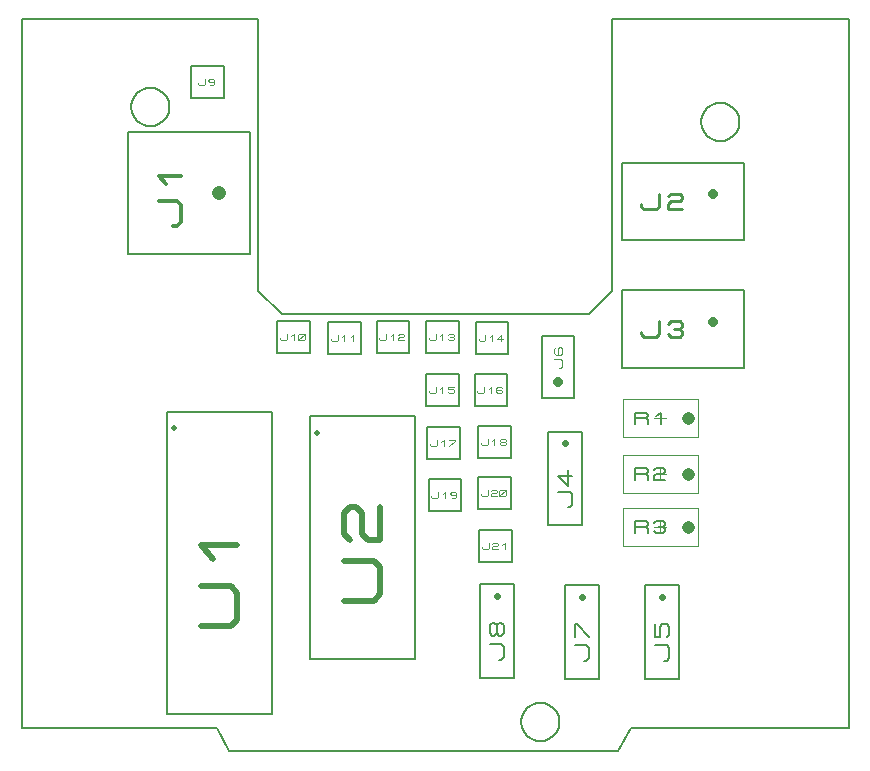
<source format=gbr>
G04 PROTEUS GERBER X2 FILE*
%TF.GenerationSoftware,Labcenter,Proteus,8.12-SP2-Build31155*%
%TF.CreationDate,2022-12-03T19:28:30+00:00*%
%TF.FileFunction,AssemblyDrawing,Top*%
%TF.FilePolarity,Positive*%
%TF.Part,Single*%
%TF.SameCoordinates,{ab386329-c5d6-4b76-aca3-cb6d5b16447b}*%
%FSLAX45Y45*%
%MOMM*%
G01*
%TA.AperFunction,Profile*%
%ADD20C,0.203200*%
%TA.AperFunction,Material*%
%ADD26C,0.203200*%
%ADD27C,0.508000*%
%ADD47C,0.507080*%
%ADD48C,1.219200*%
%ADD49C,0.314280*%
%ADD50C,0.812800*%
%ADD51C,0.220130*%
%ADD28C,0.152400*%
%ADD52C,0.558800*%
%ADD53C,0.199130*%
%ADD54C,0.084660*%
%ADD55C,0.110060*%
%ADD56C,0.050000*%
%ADD57C,1.074420*%
%ADD58C,0.161150*%
%TD.AperFunction*%
D20*
X+0Y+0D02*
X+1650000Y+0D01*
X+7000000Y+0D02*
X+7000000Y+6000000D01*
X+5000000Y+6000000D01*
X+5000000Y+3700000D01*
X+4800000Y+3500000D01*
X+2200000Y+3500000D01*
X+2000000Y+3700000D02*
X+2000000Y+6000000D01*
X+0Y+6000000D01*
X+0Y+0D01*
X+2000000Y+3700000D02*
X+2200000Y+3500000D01*
X+5160000Y+0D02*
X+7000000Y+0D01*
X+1750000Y-200000D02*
X+5050000Y-200000D01*
X+1650000Y+0D02*
X+1750000Y-200000D01*
X+5160000Y+0D02*
X+5050000Y-200000D01*
X+4550045Y+50000D02*
X+4549508Y+63142D01*
X+4545144Y+89427D01*
X+4536029Y+115712D01*
X+4521182Y+141997D01*
X+4498470Y+168118D01*
X+4472185Y+187898D01*
X+4445900Y+200658D01*
X+4419615Y+208108D01*
X+4393330Y+210987D01*
X+4389000Y+211045D01*
X+4227955Y+50000D02*
X+4228492Y+63142D01*
X+4232856Y+89427D01*
X+4241971Y+115712D01*
X+4256818Y+141997D01*
X+4279530Y+168118D01*
X+4305815Y+187898D01*
X+4332100Y+200658D01*
X+4358385Y+208108D01*
X+4384670Y+210987D01*
X+4389000Y+211045D01*
X+4227955Y+50000D02*
X+4228492Y+36858D01*
X+4232856Y+10573D01*
X+4241971Y-15712D01*
X+4256818Y-41997D01*
X+4279530Y-68118D01*
X+4305815Y-87898D01*
X+4332100Y-100658D01*
X+4358385Y-108108D01*
X+4384670Y-110987D01*
X+4389000Y-111045D01*
X+4550045Y+50000D02*
X+4549508Y+36858D01*
X+4545144Y+10573D01*
X+4536029Y-15712D01*
X+4521182Y-41997D01*
X+4498470Y-68118D01*
X+4472185Y-87898D01*
X+4445900Y-100658D01*
X+4419615Y-108108D01*
X+4393330Y-110987D01*
X+4389000Y-111045D01*
X+6074045Y+5130000D02*
X+6073508Y+5143142D01*
X+6069144Y+5169427D01*
X+6060029Y+5195712D01*
X+6045182Y+5221997D01*
X+6022470Y+5248118D01*
X+5996185Y+5267898D01*
X+5969900Y+5280658D01*
X+5943615Y+5288108D01*
X+5917330Y+5290987D01*
X+5913000Y+5291045D01*
X+5751955Y+5130000D02*
X+5752492Y+5143142D01*
X+5756856Y+5169427D01*
X+5765971Y+5195712D01*
X+5780818Y+5221997D01*
X+5803530Y+5248118D01*
X+5829815Y+5267898D01*
X+5856100Y+5280658D01*
X+5882385Y+5288108D01*
X+5908670Y+5290987D01*
X+5913000Y+5291045D01*
X+5751955Y+5130000D02*
X+5752492Y+5116858D01*
X+5756856Y+5090573D01*
X+5765971Y+5064288D01*
X+5780818Y+5038003D01*
X+5803530Y+5011882D01*
X+5829815Y+4992102D01*
X+5856100Y+4979342D01*
X+5882385Y+4971892D01*
X+5908670Y+4969013D01*
X+5913000Y+4968955D01*
X+6074045Y+5130000D02*
X+6073508Y+5116858D01*
X+6069144Y+5090573D01*
X+6060029Y+5064288D01*
X+6045182Y+5038003D01*
X+6022470Y+5011882D01*
X+5996185Y+4992102D01*
X+5969900Y+4979342D01*
X+5943615Y+4971892D01*
X+5917330Y+4969013D01*
X+5913000Y+4968955D01*
X+1248045Y+5257000D02*
X+1247508Y+5270142D01*
X+1243144Y+5296427D01*
X+1234029Y+5322712D01*
X+1219182Y+5348997D01*
X+1196470Y+5375118D01*
X+1170185Y+5394898D01*
X+1143900Y+5407658D01*
X+1117615Y+5415108D01*
X+1091330Y+5417987D01*
X+1087000Y+5418045D01*
X+925955Y+5257000D02*
X+926492Y+5270142D01*
X+930856Y+5296427D01*
X+939971Y+5322712D01*
X+954818Y+5348997D01*
X+977530Y+5375118D01*
X+1003815Y+5394898D01*
X+1030100Y+5407658D01*
X+1056385Y+5415108D01*
X+1082670Y+5417987D01*
X+1087000Y+5418045D01*
X+925955Y+5257000D02*
X+926492Y+5243858D01*
X+930856Y+5217573D01*
X+939971Y+5191288D01*
X+954818Y+5165003D01*
X+977530Y+5138882D01*
X+1003815Y+5119102D01*
X+1030100Y+5106342D01*
X+1056385Y+5098892D01*
X+1082670Y+5096013D01*
X+1087000Y+5095955D01*
X+1248045Y+5257000D02*
X+1247508Y+5243858D01*
X+1243144Y+5217573D01*
X+1234029Y+5191288D01*
X+1219182Y+5165003D01*
X+1196470Y+5138882D01*
X+1170185Y+5119102D01*
X+1143900Y+5106342D01*
X+1117615Y+5098892D01*
X+1091330Y+5096013D01*
X+1087000Y+5095955D01*
D26*
X+1226500Y+116840D02*
X+2115500Y+116840D01*
X+2115500Y+2677160D01*
X+1226500Y+2677160D01*
X+1226500Y+116840D01*
D27*
X+1290000Y+2540000D02*
X+1290000Y+2540000D01*
D47*
X+1518874Y+859344D02*
X+1772417Y+859344D01*
X+1823125Y+916391D01*
X+1823125Y+1144579D01*
X+1772417Y+1201626D01*
X+1518874Y+1201626D01*
X+1620291Y+1429814D02*
X+1518874Y+1543908D01*
X+1823125Y+1543908D01*
D26*
X+2436500Y+584840D02*
X+3325500Y+584840D01*
X+3325500Y+2637160D01*
X+2436500Y+2637160D01*
X+2436500Y+584840D01*
D27*
X+2500000Y+2500000D02*
X+2500000Y+2500000D01*
D47*
X+2728874Y+1073344D02*
X+2982417Y+1073344D01*
X+3033125Y+1130391D01*
X+3033125Y+1358579D01*
X+2982417Y+1415626D01*
X+2728874Y+1415626D01*
X+2779583Y+1586767D02*
X+2728874Y+1643814D01*
X+2728874Y+1814955D01*
X+2779583Y+1872002D01*
X+2830291Y+1872002D01*
X+2881000Y+1814955D01*
X+2881000Y+1643814D01*
X+2931708Y+1586767D01*
X+3033125Y+1586767D01*
X+3033125Y+1872002D01*
D26*
X+895840Y+4011840D02*
X+1932160Y+4011840D01*
X+1932160Y+5048160D01*
X+895840Y+5048160D01*
X+895840Y+4011840D01*
D48*
X+1668000Y+4530000D02*
X+1668000Y+4530000D01*
D49*
X+1282869Y+4247147D02*
X+1314297Y+4247147D01*
X+1345725Y+4282503D01*
X+1345725Y+4423930D01*
X+1314297Y+4459286D01*
X+1157156Y+4459286D01*
X+1220012Y+4600713D02*
X+1157156Y+4671426D01*
X+1345725Y+4671426D01*
D26*
X+5077840Y+4128840D02*
X+6114160Y+4128840D01*
X+6114160Y+4784160D01*
X+5077840Y+4784160D01*
X+5077840Y+4128840D01*
D50*
X+5850000Y+4520000D02*
X+5850000Y+4520000D01*
D51*
X+5245481Y+4434487D02*
X+5245481Y+4412473D01*
X+5270245Y+4390460D01*
X+5369305Y+4390460D01*
X+5394070Y+4412473D01*
X+5394070Y+4522540D01*
X+5468364Y+4500527D02*
X+5493129Y+4522540D01*
X+5567424Y+4522540D01*
X+5592189Y+4500527D01*
X+5592189Y+4478513D01*
X+5567424Y+4456500D01*
X+5493129Y+4456500D01*
X+5468364Y+4434487D01*
X+5468364Y+4390460D01*
X+5592189Y+4390460D01*
D26*
X+5077840Y+3048840D02*
X+6114160Y+3048840D01*
X+6114160Y+3704160D01*
X+5077840Y+3704160D01*
X+5077840Y+3048840D01*
D50*
X+5850000Y+3440000D02*
X+5850000Y+3440000D01*
D51*
X+5245481Y+3354487D02*
X+5245481Y+3332473D01*
X+5270245Y+3310460D01*
X+5369305Y+3310460D01*
X+5394070Y+3332473D01*
X+5394070Y+3442540D01*
X+5468364Y+3420527D02*
X+5493129Y+3442540D01*
X+5567424Y+3442540D01*
X+5592189Y+3420527D01*
X+5592189Y+3398513D01*
X+5567424Y+3376500D01*
X+5592189Y+3354487D01*
X+5592189Y+3332473D01*
X+5567424Y+3310460D01*
X+5493129Y+3310460D01*
X+5468364Y+3332473D01*
X+5517894Y+3376500D02*
X+5567424Y+3376500D01*
D28*
X+5275220Y+414750D02*
X+5564780Y+414750D01*
X+5564780Y+1205250D01*
X+5275220Y+1205250D01*
X+5275220Y+414750D01*
X+5564780Y+414750D01*
X+5564780Y+1205250D01*
X+5275220Y+1205250D01*
X+5275220Y+414750D01*
D52*
X+5420000Y+1110000D02*
X+5420000Y+1110000D01*
D53*
X+5439914Y+565373D02*
X+5459828Y+565373D01*
X+5479741Y+587775D01*
X+5479741Y+677386D01*
X+5459828Y+699789D01*
X+5360260Y+699789D01*
X+5360260Y+879011D02*
X+5360260Y+766997D01*
X+5400087Y+766997D01*
X+5400087Y+856608D01*
X+5420000Y+879011D01*
X+5459828Y+879011D01*
X+5479741Y+856608D01*
X+5479741Y+789400D01*
X+5459828Y+766997D01*
D28*
X+4595220Y+414750D02*
X+4884780Y+414750D01*
X+4884780Y+1205250D01*
X+4595220Y+1205250D01*
X+4595220Y+414750D01*
X+4884780Y+414750D01*
X+4884780Y+1205250D01*
X+4595220Y+1205250D01*
X+4595220Y+414750D01*
D52*
X+4740000Y+1110000D02*
X+4740000Y+1110000D01*
D53*
X+4759914Y+565373D02*
X+4779828Y+565373D01*
X+4799741Y+587775D01*
X+4799741Y+677386D01*
X+4779828Y+699789D01*
X+4680260Y+699789D01*
X+4680260Y+766997D02*
X+4680260Y+879011D01*
X+4700173Y+879011D01*
X+4799741Y+766997D01*
D28*
X+3875220Y+424750D02*
X+4164780Y+424750D01*
X+4164780Y+1215250D01*
X+3875220Y+1215250D01*
X+3875220Y+424750D01*
X+4164780Y+424750D01*
X+4164780Y+1215250D01*
X+3875220Y+1215250D01*
X+3875220Y+424750D01*
D52*
X+4020000Y+1120000D02*
X+4020000Y+1120000D01*
D53*
X+4039914Y+575373D02*
X+4059828Y+575373D01*
X+4079741Y+597775D01*
X+4079741Y+687386D01*
X+4059828Y+709789D01*
X+3960260Y+709789D01*
X+4020000Y+799400D02*
X+4000087Y+776997D01*
X+3980173Y+776997D01*
X+3960260Y+799400D01*
X+3960260Y+866608D01*
X+3980173Y+889011D01*
X+4000087Y+889011D01*
X+4020000Y+866608D01*
X+4020000Y+799400D01*
X+4039914Y+776997D01*
X+4059828Y+776997D01*
X+4079741Y+799400D01*
X+4079741Y+866608D01*
X+4059828Y+889011D01*
X+4039914Y+889011D01*
X+4020000Y+866608D01*
D26*
X+1432840Y+5332840D02*
X+1707160Y+5332840D01*
X+1707160Y+5607160D01*
X+1432840Y+5607160D01*
X+1432840Y+5332840D01*
D54*
X+1493801Y+5461533D02*
X+1493801Y+5453066D01*
X+1503325Y+5444600D01*
X+1541425Y+5444600D01*
X+1550950Y+5453066D01*
X+1550950Y+5495399D01*
X+1627149Y+5478466D02*
X+1617624Y+5470000D01*
X+1589049Y+5470000D01*
X+1579524Y+5478466D01*
X+1579524Y+5486933D01*
X+1589049Y+5495399D01*
X+1617624Y+5495399D01*
X+1627149Y+5486933D01*
X+1627149Y+5453066D01*
X+1617624Y+5444600D01*
X+1589049Y+5444600D01*
D26*
X+4402840Y+2792840D02*
X+4677160Y+2792840D01*
X+4677160Y+3321160D01*
X+4402840Y+3321160D01*
X+4402840Y+2792840D01*
D50*
X+4540000Y+2930000D02*
X+4540000Y+2930000D01*
D55*
X+4551007Y+3046841D02*
X+4562014Y+3046841D01*
X+4573020Y+3059223D01*
X+4573020Y+3108752D01*
X+4562014Y+3121135D01*
X+4506981Y+3121135D01*
X+4517987Y+3220194D02*
X+4506981Y+3207811D01*
X+4506981Y+3170664D01*
X+4517987Y+3158282D01*
X+4562014Y+3158282D01*
X+4573020Y+3170664D01*
X+4573020Y+3207811D01*
X+4562014Y+3220194D01*
X+4551007Y+3220194D01*
X+4540000Y+3207811D01*
X+4540000Y+3158282D01*
D28*
X+4455220Y+1714750D02*
X+4744780Y+1714750D01*
X+4744780Y+2505250D01*
X+4455220Y+2505250D01*
X+4455220Y+1714750D01*
X+4744780Y+1714750D01*
X+4744780Y+2505250D01*
X+4455220Y+2505250D01*
X+4455220Y+1714750D01*
D52*
X+4600000Y+2410000D02*
X+4600000Y+2410000D01*
D53*
X+4619914Y+1865373D02*
X+4639828Y+1865373D01*
X+4659741Y+1887775D01*
X+4659741Y+1977386D01*
X+4639828Y+1999789D01*
X+4540260Y+1999789D01*
X+4619914Y+2179011D02*
X+4619914Y+2044595D01*
X+4540260Y+2134206D01*
X+4659741Y+2134206D01*
D56*
X+5725000Y+2780000D02*
X+5085000Y+2780000D01*
X+5085000Y+2460000D01*
X+5725000Y+2460000D01*
X+5725000Y+2780000D01*
X+5405000Y+2570000D02*
X+5405000Y+2670000D01*
X+5355000Y+2620000D02*
X+5455000Y+2620000D01*
D57*
X+5640000Y+2620000D02*
X+5640000Y+2620000D01*
D58*
X+5189353Y+2571654D02*
X+5189353Y+2668346D01*
X+5280001Y+2668346D01*
X+5298130Y+2652231D01*
X+5298130Y+2636115D01*
X+5280001Y+2620000D01*
X+5189353Y+2620000D01*
X+5280001Y+2620000D02*
X+5298130Y+2603885D01*
X+5298130Y+2571654D01*
X+5370649Y+2636115D02*
X+5406908Y+2668346D01*
X+5406908Y+2571654D01*
D56*
X+5725000Y+2310000D02*
X+5085000Y+2310000D01*
X+5085000Y+1990000D01*
X+5725000Y+1990000D01*
X+5725000Y+2310000D01*
X+5405000Y+2100000D02*
X+5405000Y+2200000D01*
X+5355000Y+2150000D02*
X+5455000Y+2150000D01*
D57*
X+5640000Y+2150000D02*
X+5640000Y+2150000D01*
D58*
X+5189353Y+2101654D02*
X+5189353Y+2198346D01*
X+5280001Y+2198346D01*
X+5298130Y+2182231D01*
X+5298130Y+2166115D01*
X+5280001Y+2150000D01*
X+5189353Y+2150000D01*
X+5280001Y+2150000D02*
X+5298130Y+2133885D01*
X+5298130Y+2101654D01*
X+5352519Y+2182231D02*
X+5370649Y+2198346D01*
X+5425038Y+2198346D01*
X+5443167Y+2182231D01*
X+5443167Y+2166115D01*
X+5425038Y+2150000D01*
X+5370649Y+2150000D01*
X+5352519Y+2133885D01*
X+5352519Y+2101654D01*
X+5443167Y+2101654D01*
D56*
X+5725000Y+1860000D02*
X+5085000Y+1860000D01*
X+5085000Y+1540000D01*
X+5725000Y+1540000D01*
X+5725000Y+1860000D01*
X+5405000Y+1650000D02*
X+5405000Y+1750000D01*
X+5355000Y+1700000D02*
X+5455000Y+1700000D01*
D57*
X+5640000Y+1700000D02*
X+5640000Y+1700000D01*
D58*
X+5189353Y+1651654D02*
X+5189353Y+1748346D01*
X+5280001Y+1748346D01*
X+5298130Y+1732231D01*
X+5298130Y+1716115D01*
X+5280001Y+1700000D01*
X+5189353Y+1700000D01*
X+5280001Y+1700000D02*
X+5298130Y+1683885D01*
X+5298130Y+1651654D01*
X+5352519Y+1732231D02*
X+5370649Y+1748346D01*
X+5425038Y+1748346D01*
X+5443167Y+1732231D01*
X+5443167Y+1716115D01*
X+5425038Y+1700000D01*
X+5443167Y+1683885D01*
X+5443167Y+1667769D01*
X+5425038Y+1651654D01*
X+5370649Y+1651654D01*
X+5352519Y+1667769D01*
X+5388778Y+1700000D02*
X+5425038Y+1700000D01*
D26*
X+2162840Y+3172840D02*
X+2437160Y+3172840D01*
X+2437160Y+3447160D01*
X+2162840Y+3447160D01*
X+2162840Y+3172840D01*
D54*
X+2185702Y+3301533D02*
X+2185702Y+3293066D01*
X+2195226Y+3284600D01*
X+2233326Y+3284600D01*
X+2242851Y+3293066D01*
X+2242851Y+3335399D01*
X+2280950Y+3318466D02*
X+2300000Y+3335399D01*
X+2300000Y+3284600D01*
X+2338100Y+3293066D02*
X+2338100Y+3326933D01*
X+2347624Y+3335399D01*
X+2385724Y+3335399D01*
X+2395249Y+3326933D01*
X+2395249Y+3293066D01*
X+2385724Y+3284600D01*
X+2347624Y+3284600D01*
X+2338100Y+3293066D01*
X+2338100Y+3284600D02*
X+2395249Y+3335399D01*
D26*
X+2592840Y+3162840D02*
X+2867160Y+3162840D01*
X+2867160Y+3437160D01*
X+2592840Y+3437160D01*
X+2592840Y+3162840D01*
D54*
X+2615702Y+3291533D02*
X+2615702Y+3283066D01*
X+2625226Y+3274600D01*
X+2663326Y+3274600D01*
X+2672851Y+3283066D01*
X+2672851Y+3325399D01*
X+2710950Y+3308466D02*
X+2730000Y+3325399D01*
X+2730000Y+3274600D01*
X+2787149Y+3308466D02*
X+2806199Y+3325399D01*
X+2806199Y+3274600D01*
D26*
X+3002840Y+3172840D02*
X+3277160Y+3172840D01*
X+3277160Y+3447160D01*
X+3002840Y+3447160D01*
X+3002840Y+3172840D01*
D54*
X+3025702Y+3301533D02*
X+3025702Y+3293066D01*
X+3035226Y+3284600D01*
X+3073326Y+3284600D01*
X+3082851Y+3293066D01*
X+3082851Y+3335399D01*
X+3120950Y+3318466D02*
X+3140000Y+3335399D01*
X+3140000Y+3284600D01*
X+3187624Y+3326933D02*
X+3197149Y+3335399D01*
X+3225724Y+3335399D01*
X+3235249Y+3326933D01*
X+3235249Y+3318466D01*
X+3225724Y+3310000D01*
X+3197149Y+3310000D01*
X+3187624Y+3301533D01*
X+3187624Y+3284600D01*
X+3235249Y+3284600D01*
D26*
X+3422840Y+3172840D02*
X+3697160Y+3172840D01*
X+3697160Y+3447160D01*
X+3422840Y+3447160D01*
X+3422840Y+3172840D01*
D54*
X+3445702Y+3301533D02*
X+3445702Y+3293066D01*
X+3455226Y+3284600D01*
X+3493326Y+3284600D01*
X+3502851Y+3293066D01*
X+3502851Y+3335399D01*
X+3540950Y+3318466D02*
X+3560000Y+3335399D01*
X+3560000Y+3284600D01*
X+3607624Y+3326933D02*
X+3617149Y+3335399D01*
X+3645724Y+3335399D01*
X+3655249Y+3326933D01*
X+3655249Y+3318466D01*
X+3645724Y+3310000D01*
X+3655249Y+3301533D01*
X+3655249Y+3293066D01*
X+3645724Y+3284600D01*
X+3617149Y+3284600D01*
X+3607624Y+3293066D01*
X+3626674Y+3310000D02*
X+3645724Y+3310000D01*
D26*
X+3842840Y+3162840D02*
X+4117160Y+3162840D01*
X+4117160Y+3437160D01*
X+3842840Y+3437160D01*
X+3842840Y+3162840D01*
D54*
X+3865702Y+3291533D02*
X+3865702Y+3283066D01*
X+3875226Y+3274600D01*
X+3913326Y+3274600D01*
X+3922851Y+3283066D01*
X+3922851Y+3325399D01*
X+3960950Y+3308466D02*
X+3980000Y+3325399D01*
X+3980000Y+3274600D01*
X+4075249Y+3291533D02*
X+4018100Y+3291533D01*
X+4056199Y+3325399D01*
X+4056199Y+3274600D01*
D26*
X+3422840Y+2722840D02*
X+3697160Y+2722840D01*
X+3697160Y+2997160D01*
X+3422840Y+2997160D01*
X+3422840Y+2722840D01*
D54*
X+3445702Y+2851533D02*
X+3445702Y+2843066D01*
X+3455226Y+2834600D01*
X+3493326Y+2834600D01*
X+3502851Y+2843066D01*
X+3502851Y+2885399D01*
X+3540950Y+2868466D02*
X+3560000Y+2885399D01*
X+3560000Y+2834600D01*
X+3655249Y+2885399D02*
X+3607624Y+2885399D01*
X+3607624Y+2868466D01*
X+3645724Y+2868466D01*
X+3655249Y+2860000D01*
X+3655249Y+2843066D01*
X+3645724Y+2834600D01*
X+3617149Y+2834600D01*
X+3607624Y+2843066D01*
D26*
X+3832840Y+2722840D02*
X+4107160Y+2722840D01*
X+4107160Y+2997160D01*
X+3832840Y+2997160D01*
X+3832840Y+2722840D01*
D54*
X+3855702Y+2851533D02*
X+3855702Y+2843066D01*
X+3865226Y+2834600D01*
X+3903326Y+2834600D01*
X+3912851Y+2843066D01*
X+3912851Y+2885399D01*
X+3950950Y+2868466D02*
X+3970000Y+2885399D01*
X+3970000Y+2834600D01*
X+4065249Y+2876933D02*
X+4055724Y+2885399D01*
X+4027149Y+2885399D01*
X+4017624Y+2876933D01*
X+4017624Y+2843066D01*
X+4027149Y+2834600D01*
X+4055724Y+2834600D01*
X+4065249Y+2843066D01*
X+4065249Y+2851533D01*
X+4055724Y+2860000D01*
X+4017624Y+2860000D01*
D26*
X+3432840Y+2272840D02*
X+3707160Y+2272840D01*
X+3707160Y+2547160D01*
X+3432840Y+2547160D01*
X+3432840Y+2272840D01*
D54*
X+3455702Y+2401533D02*
X+3455702Y+2393066D01*
X+3465226Y+2384600D01*
X+3503326Y+2384600D01*
X+3512851Y+2393066D01*
X+3512851Y+2435399D01*
X+3550950Y+2418466D02*
X+3570000Y+2435399D01*
X+3570000Y+2384600D01*
X+3617624Y+2435399D02*
X+3665249Y+2435399D01*
X+3665249Y+2426933D01*
X+3617624Y+2384600D01*
D26*
X+3862840Y+2282840D02*
X+4137160Y+2282840D01*
X+4137160Y+2557160D01*
X+3862840Y+2557160D01*
X+3862840Y+2282840D01*
D54*
X+3885702Y+2411533D02*
X+3885702Y+2403066D01*
X+3895226Y+2394600D01*
X+3933326Y+2394600D01*
X+3942851Y+2403066D01*
X+3942851Y+2445399D01*
X+3980950Y+2428466D02*
X+4000000Y+2445399D01*
X+4000000Y+2394600D01*
X+4057149Y+2420000D02*
X+4047624Y+2428466D01*
X+4047624Y+2436933D01*
X+4057149Y+2445399D01*
X+4085724Y+2445399D01*
X+4095249Y+2436933D01*
X+4095249Y+2428466D01*
X+4085724Y+2420000D01*
X+4057149Y+2420000D01*
X+4047624Y+2411533D01*
X+4047624Y+2403066D01*
X+4057149Y+2394600D01*
X+4085724Y+2394600D01*
X+4095249Y+2403066D01*
X+4095249Y+2411533D01*
X+4085724Y+2420000D01*
D26*
X+3442840Y+1832840D02*
X+3717160Y+1832840D01*
X+3717160Y+2107160D01*
X+3442840Y+2107160D01*
X+3442840Y+1832840D01*
D54*
X+3465702Y+1961533D02*
X+3465702Y+1953066D01*
X+3475226Y+1944600D01*
X+3513326Y+1944600D01*
X+3522851Y+1953066D01*
X+3522851Y+1995399D01*
X+3560950Y+1978466D02*
X+3580000Y+1995399D01*
X+3580000Y+1944600D01*
X+3675249Y+1978466D02*
X+3665724Y+1970000D01*
X+3637149Y+1970000D01*
X+3627624Y+1978466D01*
X+3627624Y+1986933D01*
X+3637149Y+1995399D01*
X+3665724Y+1995399D01*
X+3675249Y+1986933D01*
X+3675249Y+1953066D01*
X+3665724Y+1944600D01*
X+3637149Y+1944600D01*
D26*
X+3862840Y+1852840D02*
X+4137160Y+1852840D01*
X+4137160Y+2127160D01*
X+3862840Y+2127160D01*
X+3862840Y+1852840D01*
D54*
X+3885702Y+1981533D02*
X+3885702Y+1973066D01*
X+3895226Y+1964600D01*
X+3933326Y+1964600D01*
X+3942851Y+1973066D01*
X+3942851Y+2015399D01*
X+3971425Y+2006933D02*
X+3980950Y+2015399D01*
X+4009525Y+2015399D01*
X+4019050Y+2006933D01*
X+4019050Y+1998466D01*
X+4009525Y+1990000D01*
X+3980950Y+1990000D01*
X+3971425Y+1981533D01*
X+3971425Y+1964600D01*
X+4019050Y+1964600D01*
X+4038100Y+1973066D02*
X+4038100Y+2006933D01*
X+4047624Y+2015399D01*
X+4085724Y+2015399D01*
X+4095249Y+2006933D01*
X+4095249Y+1973066D01*
X+4085724Y+1964600D01*
X+4047624Y+1964600D01*
X+4038100Y+1973066D01*
X+4038100Y+1964600D02*
X+4095249Y+2015399D01*
D26*
X+3872840Y+1402840D02*
X+4147160Y+1402840D01*
X+4147160Y+1677160D01*
X+3872840Y+1677160D01*
X+3872840Y+1402840D01*
D54*
X+3895702Y+1531533D02*
X+3895702Y+1523066D01*
X+3905226Y+1514600D01*
X+3943326Y+1514600D01*
X+3952851Y+1523066D01*
X+3952851Y+1565399D01*
X+3981425Y+1556933D02*
X+3990950Y+1565399D01*
X+4019525Y+1565399D01*
X+4029050Y+1556933D01*
X+4029050Y+1548466D01*
X+4019525Y+1540000D01*
X+3990950Y+1540000D01*
X+3981425Y+1531533D01*
X+3981425Y+1514600D01*
X+4029050Y+1514600D01*
X+4067149Y+1548466D02*
X+4086199Y+1565399D01*
X+4086199Y+1514600D01*
M02*

</source>
